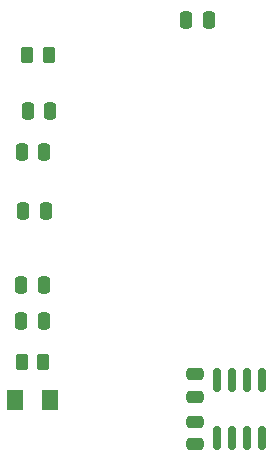
<source format=gbr>
%TF.GenerationSoftware,KiCad,Pcbnew,9.0.2*%
%TF.CreationDate,2025-07-07T19:43:33+05:30*%
%TF.ProjectId,Atmega328p_based,41746d65-6761-4333-9238-705f62617365,rev?*%
%TF.SameCoordinates,Original*%
%TF.FileFunction,Paste,Top*%
%TF.FilePolarity,Positive*%
%FSLAX46Y46*%
G04 Gerber Fmt 4.6, Leading zero omitted, Abs format (unit mm)*
G04 Created by KiCad (PCBNEW 9.0.2) date 2025-07-07 19:43:33*
%MOMM*%
%LPD*%
G01*
G04 APERTURE LIST*
G04 Aperture macros list*
%AMRoundRect*
0 Rectangle with rounded corners*
0 $1 Rounding radius*
0 $2 $3 $4 $5 $6 $7 $8 $9 X,Y pos of 4 corners*
0 Add a 4 corners polygon primitive as box body*
4,1,4,$2,$3,$4,$5,$6,$7,$8,$9,$2,$3,0*
0 Add four circle primitives for the rounded corners*
1,1,$1+$1,$2,$3*
1,1,$1+$1,$4,$5*
1,1,$1+$1,$6,$7*
1,1,$1+$1,$8,$9*
0 Add four rect primitives between the rounded corners*
20,1,$1+$1,$2,$3,$4,$5,0*
20,1,$1+$1,$4,$5,$6,$7,0*
20,1,$1+$1,$6,$7,$8,$9,0*
20,1,$1+$1,$8,$9,$2,$3,0*%
G04 Aperture macros list end*
%ADD10RoundRect,0.250000X-0.250000X-0.475000X0.250000X-0.475000X0.250000X0.475000X-0.250000X0.475000X0*%
%ADD11RoundRect,0.250000X-0.262500X-0.450000X0.262500X-0.450000X0.262500X0.450000X-0.262500X0.450000X0*%
%ADD12RoundRect,0.150000X0.150000X-0.825000X0.150000X0.825000X-0.150000X0.825000X-0.150000X-0.825000X0*%
%ADD13RoundRect,0.250000X-0.475000X0.250000X-0.475000X-0.250000X0.475000X-0.250000X0.475000X0.250000X0*%
%ADD14RoundRect,0.250000X0.475000X-0.250000X0.475000X0.250000X-0.475000X0.250000X-0.475000X-0.250000X0*%
%ADD15RoundRect,0.250000X0.250000X0.475000X-0.250000X0.475000X-0.250000X-0.475000X0.250000X-0.475000X0*%
%ADD16RoundRect,0.250001X-0.462499X-0.624999X0.462499X-0.624999X0.462499X0.624999X-0.462499X0.624999X0*%
G04 APERTURE END LIST*
D10*
%TO.C,C2*%
X141050000Y-90250000D03*
X142950000Y-90250000D03*
%TD*%
D11*
%TO.C,R1*%
X141587500Y-70750000D03*
X143412500Y-70750000D03*
%TD*%
D12*
%TO.C,U2*%
X157595000Y-103225000D03*
X158865000Y-103225000D03*
X160135000Y-103225000D03*
X161405000Y-103225000D03*
X161405000Y-98275000D03*
X160135000Y-98275000D03*
X158865000Y-98275000D03*
X157595000Y-98275000D03*
%TD*%
D13*
%TO.C,C7*%
X155750000Y-101800000D03*
X155750000Y-103700000D03*
%TD*%
D10*
%TO.C,C4*%
X141100000Y-79000000D03*
X143000000Y-79000000D03*
%TD*%
D11*
%TO.C,R2*%
X141100000Y-96750000D03*
X142925000Y-96750000D03*
%TD*%
D14*
%TO.C,C8*%
X155750000Y-99700000D03*
X155750000Y-97800000D03*
%TD*%
D10*
%TO.C,C1*%
X141050000Y-93250000D03*
X142950000Y-93250000D03*
%TD*%
%TO.C,C6*%
X141250000Y-84000000D03*
X143150000Y-84000000D03*
%TD*%
%TO.C,C3*%
X141600000Y-75500000D03*
X143500000Y-75500000D03*
%TD*%
D15*
%TO.C,C5*%
X156950000Y-67750000D03*
X155050000Y-67750000D03*
%TD*%
D16*
%TO.C,D1*%
X140525000Y-100000000D03*
X143500000Y-100000000D03*
%TD*%
M02*

</source>
